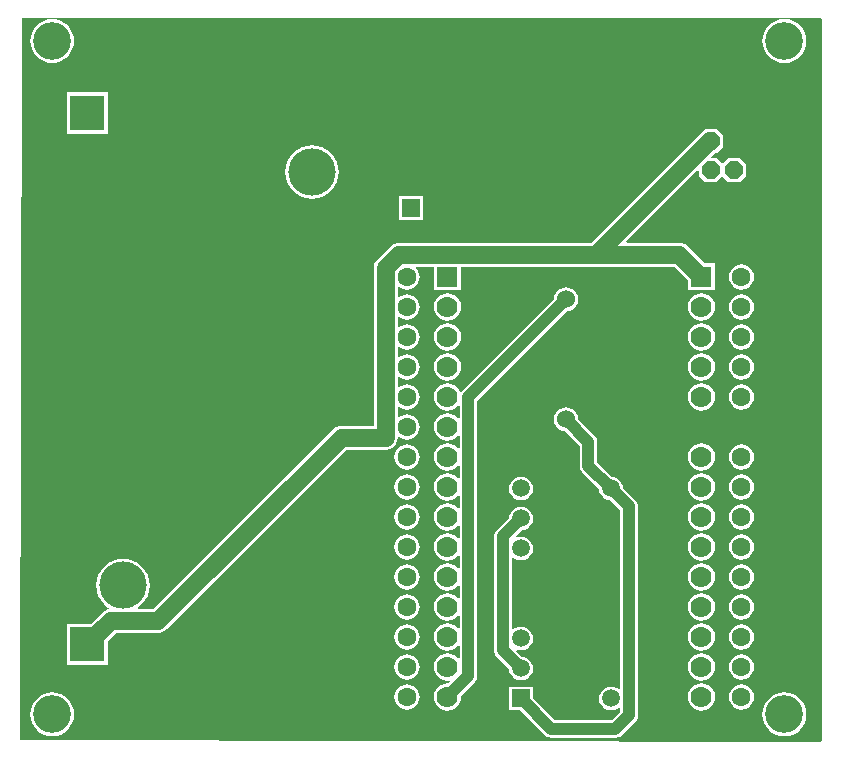
<source format=gtl>
G04 Layer_Physical_Order=1*
G04 Layer_Color=25308*
%FSLAX24Y24*%
%MOIN*%
G70*
G01*
G75*
%ADD10C,0.0394*%
%ADD11C,0.0591*%
%ADD12C,0.0600*%
%ADD13R,0.0600X0.0600*%
%ADD14O,0.1969X0.1181*%
%ADD15P,0.0639X8X112.5*%
%ADD16C,0.0700*%
%ADD17R,0.0700X0.0700*%
%ADD18R,0.0591X0.0591*%
%ADD19C,0.0591*%
%ADD20C,0.0630*%
%ADD21C,0.1575*%
%ADD22R,0.1181X0.1181*%
%ADD23C,0.1260*%
G36*
X49297Y34212D02*
X49268Y10138D01*
X49233Y10103D01*
X22588Y10152D01*
X22553Y10187D01*
X22602Y34248D01*
X23616D01*
X23618Y34205D01*
X23618Y34200D01*
X23618Y34200D01*
X23618Y34199D01*
X23579Y34194D01*
X23578Y34194D01*
X23578D01*
X23479Y34184D01*
X23341Y34142D01*
X23215Y34074D01*
X23103Y33983D01*
X23012Y33872D01*
X22944Y33745D01*
X22903Y33608D01*
X22889Y33465D01*
X22903Y33321D01*
X22944Y33184D01*
X23012Y33057D01*
X23103Y32946D01*
X23215Y32855D01*
X23341Y32787D01*
X23479Y32745D01*
X23622Y32731D01*
X23765Y32745D01*
X23903Y32787D01*
X24030Y32855D01*
X24141Y32946D01*
X24232Y33057D01*
X24300Y33184D01*
X24341Y33321D01*
X24355Y33465D01*
X24341Y33608D01*
X24300Y33745D01*
X24232Y33872D01*
X24141Y33983D01*
X24030Y34074D01*
X23903Y34142D01*
X23765Y34184D01*
X23666Y34194D01*
D01*
X23665Y34194D01*
X23626Y34199D01*
X23626Y34200D01*
D01*
X23626Y34205D01*
X23628Y34248D01*
X48025D01*
X48028Y34205D01*
X48028Y34200D01*
X48028Y34200D01*
X48028Y34199D01*
X47988Y34194D01*
X47987Y34194D01*
X47987D01*
X47888Y34184D01*
X47751Y34142D01*
X47624Y34074D01*
X47513Y33983D01*
X47422Y33872D01*
X47354Y33745D01*
X47312Y33608D01*
X47298Y33465D01*
X47312Y33321D01*
X47354Y33184D01*
X47422Y33057D01*
X47513Y32946D01*
X47624Y32855D01*
X47751Y32787D01*
X47888Y32745D01*
X48032Y32731D01*
X48175Y32745D01*
X48312Y32787D01*
X48439Y32855D01*
X48550Y32946D01*
X48641Y33057D01*
X48709Y33184D01*
X48751Y33321D01*
X48765Y33465D01*
X48751Y33608D01*
X48709Y33745D01*
X48641Y33872D01*
X48550Y33983D01*
X48439Y34074D01*
X48312Y34142D01*
X48175Y34184D01*
X48076Y34194D01*
D01*
X48075Y34194D01*
X48035Y34199D01*
X48035Y34200D01*
D01*
X48035Y34205D01*
X48038Y34248D01*
X49262D01*
X49297Y34212D01*
D02*
G37*
%LPC*%
G36*
X45265Y16054D02*
X45147Y16038D01*
X45038Y15993D01*
X44944Y15921D01*
X44871Y15827D01*
X44826Y15717D01*
X44811Y15600D01*
X44826Y15483D01*
X44871Y15373D01*
X44944Y15279D01*
X45038Y15207D01*
X45147Y15162D01*
X45265Y15146D01*
X45382Y15162D01*
X45491Y15207D01*
X45585Y15279D01*
X45658Y15373D01*
X45703Y15483D01*
X45718Y15600D01*
X45703Y15717D01*
X45658Y15827D01*
X45585Y15921D01*
X45491Y15993D01*
X45382Y16038D01*
X45265Y16054D01*
D02*
G37*
G36*
X35450Y16019D02*
X35342Y16004D01*
X35241Y15962D01*
X35154Y15896D01*
X35088Y15809D01*
X35046Y15708D01*
X35031Y15600D01*
X35046Y15492D01*
X35088Y15391D01*
X35154Y15304D01*
X35241Y15238D01*
X35342Y15196D01*
X35450Y15181D01*
X35558Y15196D01*
X35659Y15238D01*
X35746Y15304D01*
X35812Y15391D01*
X35854Y15492D01*
X35869Y15600D01*
X35854Y15708D01*
X35812Y15809D01*
X35746Y15896D01*
X35659Y15962D01*
X35558Y16004D01*
X35450Y16019D01*
D02*
G37*
G36*
X46600D02*
X46492Y16004D01*
X46391Y15962D01*
X46304Y15896D01*
X46238Y15809D01*
X46196Y15708D01*
X46181Y15600D01*
X46196Y15492D01*
X46238Y15391D01*
X46304Y15304D01*
X46391Y15238D01*
X46492Y15196D01*
X46600Y15181D01*
X46708Y15196D01*
X46809Y15238D01*
X46896Y15304D01*
X46962Y15391D01*
X47004Y15492D01*
X47019Y15600D01*
X47004Y15708D01*
X46962Y15809D01*
X46896Y15896D01*
X46809Y15962D01*
X46708Y16004D01*
X46600Y16019D01*
D02*
G37*
G36*
X45265Y15054D02*
X45147Y15038D01*
X45038Y14993D01*
X44944Y14921D01*
X44871Y14827D01*
X44826Y14717D01*
X44811Y14600D01*
X44826Y14483D01*
X44871Y14373D01*
X44944Y14279D01*
X45038Y14207D01*
X45147Y14162D01*
X45265Y14146D01*
X45382Y14162D01*
X45491Y14207D01*
X45585Y14279D01*
X45658Y14373D01*
X45703Y14483D01*
X45718Y14600D01*
X45703Y14717D01*
X45658Y14827D01*
X45585Y14921D01*
X45491Y14993D01*
X45382Y15038D01*
X45265Y15054D01*
D02*
G37*
G36*
X35450Y15019D02*
X35342Y15004D01*
X35241Y14962D01*
X35154Y14896D01*
X35088Y14809D01*
X35046Y14708D01*
X35031Y14600D01*
X35046Y14492D01*
X35088Y14391D01*
X35154Y14304D01*
X35241Y14238D01*
X35342Y14196D01*
X35450Y14181D01*
X35558Y14196D01*
X35659Y14238D01*
X35746Y14304D01*
X35812Y14391D01*
X35854Y14492D01*
X35869Y14600D01*
X35854Y14708D01*
X35812Y14809D01*
X35746Y14896D01*
X35659Y14962D01*
X35558Y15004D01*
X35450Y15019D01*
D02*
G37*
G36*
X46600D02*
X46492Y15004D01*
X46391Y14962D01*
X46304Y14896D01*
X46238Y14809D01*
X46196Y14708D01*
X46181Y14600D01*
X46196Y14492D01*
X46238Y14391D01*
X46304Y14304D01*
X46391Y14238D01*
X46492Y14196D01*
X46600Y14181D01*
X46708Y14196D01*
X46809Y14238D01*
X46896Y14304D01*
X46962Y14391D01*
X47004Y14492D01*
X47019Y14600D01*
X47004Y14708D01*
X46962Y14809D01*
X46896Y14896D01*
X46809Y14962D01*
X46708Y15004D01*
X46600Y15019D01*
D02*
G37*
G36*
Y17019D02*
X46492Y17004D01*
X46391Y16962D01*
X46304Y16896D01*
X46238Y16809D01*
X46196Y16708D01*
X46181Y16600D01*
X46196Y16492D01*
X46238Y16391D01*
X46304Y16304D01*
X46391Y16238D01*
X46492Y16196D01*
X46600Y16181D01*
X46708Y16196D01*
X46809Y16238D01*
X46896Y16304D01*
X46962Y16391D01*
X47004Y16492D01*
X47019Y16600D01*
X47004Y16708D01*
X46962Y16809D01*
X46896Y16896D01*
X46809Y16962D01*
X46708Y17004D01*
X46600Y17019D01*
D02*
G37*
G36*
X45265Y18054D02*
X45147Y18038D01*
X45038Y17993D01*
X44944Y17921D01*
X44871Y17827D01*
X44826Y17717D01*
X44811Y17600D01*
X44826Y17483D01*
X44871Y17373D01*
X44944Y17279D01*
X45038Y17207D01*
X45147Y17162D01*
X45265Y17146D01*
X45382Y17162D01*
X45491Y17207D01*
X45585Y17279D01*
X45658Y17373D01*
X45703Y17483D01*
X45718Y17600D01*
X45703Y17717D01*
X45658Y17827D01*
X45585Y17921D01*
X45491Y17993D01*
X45382Y18038D01*
X45265Y18054D01*
D02*
G37*
G36*
X35450Y18019D02*
X35342Y18004D01*
X35241Y17962D01*
X35154Y17896D01*
X35088Y17809D01*
X35046Y17708D01*
X35031Y17600D01*
X35046Y17492D01*
X35088Y17391D01*
X35154Y17304D01*
X35241Y17238D01*
X35342Y17196D01*
X35450Y17181D01*
X35558Y17196D01*
X35659Y17238D01*
X35746Y17304D01*
X35812Y17391D01*
X35854Y17492D01*
X35869Y17600D01*
X35854Y17708D01*
X35812Y17809D01*
X35746Y17896D01*
X35659Y17962D01*
X35558Y18004D01*
X35450Y18019D01*
D02*
G37*
G36*
X45265Y17054D02*
X45147Y17038D01*
X45038Y16993D01*
X44944Y16921D01*
X44871Y16827D01*
X44826Y16717D01*
X44811Y16600D01*
X44826Y16483D01*
X44871Y16373D01*
X44944Y16279D01*
X45038Y16207D01*
X45147Y16162D01*
X45265Y16146D01*
X45382Y16162D01*
X45491Y16207D01*
X45585Y16279D01*
X45658Y16373D01*
X45703Y16483D01*
X45718Y16600D01*
X45703Y16717D01*
X45658Y16827D01*
X45585Y16921D01*
X45491Y16993D01*
X45382Y17038D01*
X45265Y17054D01*
D02*
G37*
G36*
X39250Y17949D02*
X39147Y17935D01*
X39051Y17895D01*
X38968Y17832D01*
X38905Y17749D01*
X38865Y17653D01*
X38855Y17579D01*
X38438Y17162D01*
X38391Y17100D01*
X38370Y17049D01*
X38361Y17027D01*
X38351Y16950D01*
Y13150D01*
X38361Y13073D01*
X38370Y13051D01*
X38391Y13000D01*
X38438Y12938D01*
X38855Y12522D01*
X38865Y12447D01*
X38905Y12351D01*
X38968Y12268D01*
X39051Y12205D01*
X39147Y12165D01*
X39250Y12151D01*
X39353Y12165D01*
X39449Y12205D01*
X39532Y12268D01*
X39595Y12351D01*
X39635Y12447D01*
X39649Y12550D01*
X39635Y12653D01*
X39595Y12749D01*
X39532Y12832D01*
X39449Y12895D01*
X39353Y12935D01*
X39279Y12945D01*
X39088Y13135D01*
X39117Y13177D01*
X39147Y13165D01*
X39250Y13151D01*
X39353Y13165D01*
X39449Y13205D01*
X39532Y13268D01*
X39595Y13351D01*
X39635Y13447D01*
X39649Y13550D01*
X39635Y13653D01*
X39595Y13749D01*
X39532Y13832D01*
X39449Y13895D01*
X39353Y13935D01*
X39250Y13949D01*
X39147Y13935D01*
X39051Y13895D01*
X38999Y13856D01*
X38949Y13881D01*
Y16219D01*
X38999Y16244D01*
X39051Y16205D01*
X39147Y16165D01*
X39250Y16151D01*
X39353Y16165D01*
X39449Y16205D01*
X39532Y16268D01*
X39595Y16351D01*
X39635Y16447D01*
X39649Y16550D01*
X39635Y16653D01*
X39595Y16749D01*
X39532Y16832D01*
X39449Y16895D01*
X39353Y16935D01*
X39250Y16949D01*
X39147Y16935D01*
X39117Y16923D01*
X39088Y16965D01*
X39279Y17155D01*
X39353Y17165D01*
X39449Y17205D01*
X39532Y17268D01*
X39595Y17351D01*
X39635Y17447D01*
X39649Y17550D01*
X39635Y17653D01*
X39595Y17749D01*
X39532Y17832D01*
X39449Y17895D01*
X39353Y17935D01*
X39250Y17949D01*
D02*
G37*
G36*
X35450Y17019D02*
X35342Y17004D01*
X35241Y16962D01*
X35154Y16896D01*
X35088Y16809D01*
X35046Y16708D01*
X35031Y16600D01*
X35046Y16492D01*
X35088Y16391D01*
X35154Y16304D01*
X35241Y16238D01*
X35342Y16196D01*
X35450Y16181D01*
X35558Y16196D01*
X35659Y16238D01*
X35746Y16304D01*
X35812Y16391D01*
X35854Y16492D01*
X35869Y16600D01*
X35854Y16708D01*
X35812Y16809D01*
X35746Y16896D01*
X35659Y16962D01*
X35558Y17004D01*
X35450Y17019D01*
D02*
G37*
G36*
Y12019D02*
X35342Y12004D01*
X35241Y11962D01*
X35154Y11896D01*
X35088Y11809D01*
X35046Y11708D01*
X35031Y11600D01*
X35046Y11492D01*
X35088Y11391D01*
X35154Y11304D01*
X35241Y11238D01*
X35342Y11196D01*
X35450Y11181D01*
X35558Y11196D01*
X35659Y11238D01*
X35746Y11304D01*
X35812Y11391D01*
X35854Y11492D01*
X35869Y11600D01*
X35854Y11708D01*
X35812Y11809D01*
X35746Y11896D01*
X35659Y11962D01*
X35558Y12004D01*
X35450Y12019D01*
D02*
G37*
G36*
X46600D02*
X46492Y12004D01*
X46391Y11962D01*
X46304Y11896D01*
X46238Y11809D01*
X46196Y11708D01*
X46181Y11600D01*
X46196Y11492D01*
X46238Y11391D01*
X46304Y11304D01*
X46391Y11238D01*
X46492Y11196D01*
X46600Y11181D01*
X46708Y11196D01*
X46809Y11238D01*
X46896Y11304D01*
X46962Y11391D01*
X47004Y11492D01*
X47019Y11600D01*
X47004Y11708D01*
X46962Y11809D01*
X46896Y11896D01*
X46809Y11962D01*
X46708Y12004D01*
X46600Y12019D01*
D02*
G37*
G36*
X40750Y21253D02*
X40646Y21240D01*
X40548Y21199D01*
X40465Y21135D01*
X40401Y21052D01*
X40360Y20954D01*
X40347Y20850D01*
X40360Y20746D01*
X40401Y20648D01*
X40465Y20565D01*
X40548Y20501D01*
X40646Y20460D01*
X40727Y20450D01*
X41201Y19976D01*
Y19300D01*
X41211Y19223D01*
X41220Y19201D01*
X41241Y19150D01*
X41288Y19088D01*
X41855Y18521D01*
X41865Y18447D01*
X41905Y18351D01*
X41968Y18268D01*
X42051Y18205D01*
X42147Y18165D01*
X42221Y18155D01*
X42551Y17826D01*
Y11881D01*
X42501Y11856D01*
X42449Y11895D01*
X42353Y11935D01*
X42250Y11949D01*
X42147Y11935D01*
X42051Y11895D01*
X41968Y11832D01*
X41905Y11749D01*
X41865Y11653D01*
X41851Y11550D01*
X41865Y11447D01*
X41905Y11351D01*
X41968Y11268D01*
X42051Y11205D01*
X42147Y11165D01*
X42250Y11151D01*
X42353Y11165D01*
X42449Y11205D01*
X42501Y11244D01*
X42551Y11219D01*
Y11114D01*
X42276Y10839D01*
X40384D01*
X39645Y11578D01*
Y11945D01*
X38855D01*
Y11155D01*
X39222D01*
X40048Y10328D01*
X40110Y10281D01*
X40161Y10260D01*
X40183Y10251D01*
X40260Y10241D01*
X42400D01*
X42477Y10251D01*
X42499Y10260D01*
X42550Y10281D01*
X42612Y10328D01*
X43062Y10778D01*
X43109Y10840D01*
X43122Y10870D01*
X43139Y10913D01*
X43149Y10990D01*
Y17950D01*
X43139Y18027D01*
X43122Y18070D01*
X43109Y18100D01*
X43062Y18162D01*
X42645Y18578D01*
X42635Y18653D01*
X42595Y18749D01*
X42532Y18832D01*
X42449Y18895D01*
X42353Y18935D01*
X42278Y18945D01*
X41799Y19424D01*
Y20100D01*
X41789Y20177D01*
X41772Y20220D01*
X41759Y20250D01*
X41712Y20312D01*
X41150Y20873D01*
X41140Y20954D01*
X41099Y21052D01*
X41035Y21135D01*
X40952Y21199D01*
X40854Y21240D01*
X40750Y21253D01*
D02*
G37*
G36*
X23622Y11757D02*
X23479Y11743D01*
X23341Y11701D01*
X23215Y11633D01*
X23103Y11542D01*
X23012Y11431D01*
X22944Y11304D01*
X22903Y11167D01*
X22889Y11024D01*
X22903Y10881D01*
X22944Y10743D01*
X23012Y10616D01*
X23103Y10505D01*
X23215Y10414D01*
X23341Y10346D01*
X23479Y10304D01*
X23622Y10290D01*
X23765Y10304D01*
X23903Y10346D01*
X24030Y10414D01*
X24141Y10505D01*
X24232Y10616D01*
X24300Y10743D01*
X24341Y10881D01*
X24355Y11024D01*
X24341Y11167D01*
X24300Y11304D01*
X24232Y11431D01*
X24141Y11542D01*
X24030Y11633D01*
X23903Y11701D01*
X23765Y11743D01*
X23622Y11757D01*
D02*
G37*
G36*
X48032D02*
X47888Y11743D01*
X47751Y11701D01*
X47624Y11633D01*
X47513Y11542D01*
X47422Y11431D01*
X47354Y11304D01*
X47312Y11167D01*
X47298Y11024D01*
X47312Y10881D01*
X47354Y10743D01*
X47422Y10616D01*
X47513Y10505D01*
X47624Y10414D01*
X47751Y10346D01*
X47888Y10304D01*
X48032Y10290D01*
X48175Y10304D01*
X48312Y10346D01*
X48439Y10414D01*
X48550Y10505D01*
X48641Y10616D01*
X48709Y10743D01*
X48751Y10881D01*
X48765Y11024D01*
X48751Y11167D01*
X48709Y11304D01*
X48641Y11431D01*
X48550Y11542D01*
X48439Y11633D01*
X48312Y11701D01*
X48175Y11743D01*
X48032Y11757D01*
D02*
G37*
G36*
X45265Y12054D02*
X45147Y12038D01*
X45038Y11993D01*
X44944Y11921D01*
X44871Y11827D01*
X44826Y11717D01*
X44811Y11600D01*
X44826Y11483D01*
X44871Y11373D01*
X44944Y11279D01*
X45038Y11207D01*
X45147Y11162D01*
X45265Y11146D01*
X45382Y11162D01*
X45491Y11207D01*
X45585Y11279D01*
X45658Y11373D01*
X45703Y11483D01*
X45718Y11600D01*
X45703Y11717D01*
X45658Y11827D01*
X45585Y11921D01*
X45491Y11993D01*
X45382Y12038D01*
X45265Y12054D01*
D02*
G37*
G36*
Y14054D02*
X45147Y14038D01*
X45038Y13993D01*
X44944Y13921D01*
X44871Y13827D01*
X44826Y13717D01*
X44811Y13600D01*
X44826Y13483D01*
X44871Y13373D01*
X44944Y13279D01*
X45038Y13207D01*
X45147Y13162D01*
X45265Y13146D01*
X45382Y13162D01*
X45491Y13207D01*
X45585Y13279D01*
X45658Y13373D01*
X45703Y13483D01*
X45718Y13600D01*
X45703Y13717D01*
X45658Y13827D01*
X45585Y13921D01*
X45491Y13993D01*
X45382Y14038D01*
X45265Y14054D01*
D02*
G37*
G36*
X35450Y14019D02*
X35342Y14004D01*
X35241Y13962D01*
X35154Y13896D01*
X35088Y13809D01*
X35046Y13708D01*
X35031Y13600D01*
X35046Y13492D01*
X35088Y13391D01*
X35154Y13304D01*
X35241Y13238D01*
X35342Y13196D01*
X35450Y13181D01*
X35558Y13196D01*
X35659Y13238D01*
X35746Y13304D01*
X35812Y13391D01*
X35854Y13492D01*
X35869Y13600D01*
X35854Y13708D01*
X35812Y13809D01*
X35746Y13896D01*
X35659Y13962D01*
X35558Y14004D01*
X35450Y14019D01*
D02*
G37*
G36*
X46600D02*
X46492Y14004D01*
X46391Y13962D01*
X46304Y13896D01*
X46238Y13809D01*
X46196Y13708D01*
X46181Y13600D01*
X46196Y13492D01*
X46238Y13391D01*
X46304Y13304D01*
X46391Y13238D01*
X46492Y13196D01*
X46600Y13181D01*
X46708Y13196D01*
X46809Y13238D01*
X46896Y13304D01*
X46962Y13391D01*
X47004Y13492D01*
X47019Y13600D01*
X47004Y13708D01*
X46962Y13809D01*
X46896Y13896D01*
X46809Y13962D01*
X46708Y14004D01*
X46600Y14019D01*
D02*
G37*
G36*
X45265Y13054D02*
X45147Y13038D01*
X45038Y12993D01*
X44944Y12921D01*
X44871Y12827D01*
X44826Y12717D01*
X44811Y12600D01*
X44826Y12483D01*
X44871Y12373D01*
X44944Y12279D01*
X45038Y12207D01*
X45147Y12162D01*
X45265Y12146D01*
X45382Y12162D01*
X45491Y12207D01*
X45585Y12279D01*
X45658Y12373D01*
X45703Y12483D01*
X45718Y12600D01*
X45703Y12717D01*
X45658Y12827D01*
X45585Y12921D01*
X45491Y12993D01*
X45382Y13038D01*
X45265Y13054D01*
D02*
G37*
G36*
X35450Y13019D02*
X35342Y13004D01*
X35241Y12962D01*
X35154Y12896D01*
X35088Y12809D01*
X35046Y12708D01*
X35031Y12600D01*
X35046Y12492D01*
X35088Y12391D01*
X35154Y12304D01*
X35241Y12238D01*
X35342Y12196D01*
X35450Y12181D01*
X35558Y12196D01*
X35659Y12238D01*
X35746Y12304D01*
X35812Y12391D01*
X35854Y12492D01*
X35869Y12600D01*
X35854Y12708D01*
X35812Y12809D01*
X35746Y12896D01*
X35659Y12962D01*
X35558Y13004D01*
X35450Y13019D01*
D02*
G37*
G36*
X46600D02*
X46492Y13004D01*
X46391Y12962D01*
X46304Y12896D01*
X46238Y12809D01*
X46196Y12708D01*
X46181Y12600D01*
X46196Y12492D01*
X46238Y12391D01*
X46304Y12304D01*
X46391Y12238D01*
X46492Y12196D01*
X46600Y12181D01*
X46708Y12196D01*
X46809Y12238D01*
X46896Y12304D01*
X46962Y12391D01*
X47004Y12492D01*
X47019Y12600D01*
X47004Y12708D01*
X46962Y12809D01*
X46896Y12896D01*
X46809Y12962D01*
X46708Y13004D01*
X46600Y13019D01*
D02*
G37*
G36*
Y18019D02*
X46492Y18004D01*
X46391Y17962D01*
X46304Y17896D01*
X46238Y17809D01*
X46196Y17708D01*
X46181Y17600D01*
X46196Y17492D01*
X46238Y17391D01*
X46304Y17304D01*
X46391Y17238D01*
X46492Y17196D01*
X46600Y17181D01*
X46708Y17196D01*
X46809Y17238D01*
X46896Y17304D01*
X46962Y17391D01*
X47004Y17492D01*
X47019Y17600D01*
X47004Y17708D01*
X46962Y17809D01*
X46896Y17896D01*
X46809Y17962D01*
X46708Y18004D01*
X46600Y18019D01*
D02*
G37*
G36*
Y24019D02*
X46492Y24004D01*
X46391Y23962D01*
X46304Y23896D01*
X46238Y23809D01*
X46196Y23708D01*
X46181Y23600D01*
X46196Y23492D01*
X46238Y23391D01*
X46304Y23304D01*
X46391Y23238D01*
X46492Y23196D01*
X46600Y23181D01*
X46708Y23196D01*
X46809Y23238D01*
X46896Y23304D01*
X46962Y23391D01*
X47004Y23492D01*
X47019Y23600D01*
X47004Y23708D01*
X46962Y23809D01*
X46896Y23896D01*
X46809Y23962D01*
X46708Y24004D01*
X46600Y24019D01*
D02*
G37*
G36*
X36800Y25054D02*
X36683Y25038D01*
X36573Y24993D01*
X36479Y24921D01*
X36407Y24827D01*
X36362Y24717D01*
X36346Y24600D01*
X36362Y24483D01*
X36407Y24373D01*
X36479Y24279D01*
X36573Y24207D01*
X36683Y24162D01*
X36800Y24146D01*
X36917Y24162D01*
X37027Y24207D01*
X37121Y24279D01*
X37193Y24373D01*
X37238Y24483D01*
X37254Y24600D01*
X37238Y24717D01*
X37193Y24827D01*
X37121Y24921D01*
X37027Y24993D01*
X36917Y25038D01*
X36800Y25054D01*
D02*
G37*
G36*
X45265D02*
X45147Y25038D01*
X45038Y24993D01*
X44944Y24921D01*
X44871Y24827D01*
X44826Y24717D01*
X44811Y24600D01*
X44826Y24483D01*
X44871Y24373D01*
X44944Y24279D01*
X45038Y24207D01*
X45147Y24162D01*
X45265Y24146D01*
X45382Y24162D01*
X45491Y24207D01*
X45585Y24279D01*
X45658Y24373D01*
X45703Y24483D01*
X45718Y24600D01*
X45703Y24717D01*
X45658Y24827D01*
X45585Y24921D01*
X45491Y24993D01*
X45382Y25038D01*
X45265Y25054D01*
D02*
G37*
G36*
X46600Y23019D02*
X46492Y23004D01*
X46391Y22962D01*
X46304Y22896D01*
X46238Y22809D01*
X46196Y22708D01*
X46181Y22600D01*
X46196Y22492D01*
X46238Y22391D01*
X46304Y22304D01*
X46391Y22238D01*
X46492Y22196D01*
X46600Y22181D01*
X46708Y22196D01*
X46809Y22238D01*
X46896Y22304D01*
X46962Y22391D01*
X47004Y22492D01*
X47019Y22600D01*
X47004Y22708D01*
X46962Y22809D01*
X46896Y22896D01*
X46809Y22962D01*
X46708Y23004D01*
X46600Y23019D01*
D02*
G37*
G36*
X36800Y24054D02*
X36683Y24038D01*
X36573Y23993D01*
X36479Y23921D01*
X36407Y23827D01*
X36362Y23717D01*
X36346Y23600D01*
X36362Y23483D01*
X36407Y23373D01*
X36479Y23279D01*
X36573Y23207D01*
X36683Y23162D01*
X36800Y23146D01*
X36917Y23162D01*
X37027Y23207D01*
X37121Y23279D01*
X37193Y23373D01*
X37238Y23483D01*
X37254Y23600D01*
X37238Y23717D01*
X37193Y23827D01*
X37121Y23921D01*
X37027Y23993D01*
X36917Y24038D01*
X36800Y24054D01*
D02*
G37*
G36*
X45265D02*
X45147Y24038D01*
X45038Y23993D01*
X44944Y23921D01*
X44871Y23827D01*
X44826Y23717D01*
X44811Y23600D01*
X44826Y23483D01*
X44871Y23373D01*
X44944Y23279D01*
X45038Y23207D01*
X45147Y23162D01*
X45265Y23146D01*
X45382Y23162D01*
X45491Y23207D01*
X45585Y23279D01*
X45658Y23373D01*
X45703Y23483D01*
X45718Y23600D01*
X45703Y23717D01*
X45658Y23827D01*
X45585Y23921D01*
X45491Y23993D01*
X45382Y24038D01*
X45265Y24054D01*
D02*
G37*
G36*
X32280Y29990D02*
X32106Y29973D01*
X31939Y29922D01*
X31785Y29839D01*
X31650Y29729D01*
X31539Y29593D01*
X31456Y29439D01*
X31406Y29272D01*
X31389Y29098D01*
X31406Y28924D01*
X31456Y28757D01*
X31539Y28603D01*
X31650Y28468D01*
X31785Y28357D01*
X31939Y28274D01*
X32106Y28223D01*
X32280Y28206D01*
X32454Y28223D01*
X32622Y28274D01*
X32776Y28357D01*
X32911Y28468D01*
X33022Y28603D01*
X33104Y28757D01*
X33155Y28924D01*
X33172Y29098D01*
X33155Y29272D01*
X33104Y29439D01*
X33022Y29593D01*
X32911Y29729D01*
X32776Y29839D01*
X32622Y29922D01*
X32454Y29973D01*
X32280Y29990D01*
D02*
G37*
G36*
X45555Y30541D02*
X45529Y30537D01*
X45375D01*
X45178Y30340D01*
Y30328D01*
X41593Y26744D01*
X35191D01*
X35191Y26744D01*
X35100Y26732D01*
X35088Y26730D01*
X35048Y26714D01*
X34992Y26691D01*
X34972Y26676D01*
X34909Y26627D01*
X34909Y26627D01*
X34458Y26176D01*
X34394Y26094D01*
X34355Y25997D01*
X34353Y25985D01*
X34341Y25894D01*
X34341Y25894D01*
Y20638D01*
X33268D01*
X33268Y20638D01*
X33177Y20626D01*
X33165Y20625D01*
X33136Y20613D01*
X33068Y20585D01*
X32986Y20522D01*
X26999Y14535D01*
X26495D01*
X26486Y14585D01*
X26612Y14688D01*
X26723Y14823D01*
X26805Y14977D01*
X26856Y15145D01*
X26873Y15318D01*
X26856Y15492D01*
X26805Y15660D01*
X26723Y15814D01*
X26612Y15949D01*
X26477Y16060D01*
X26322Y16142D01*
X26155Y16193D01*
X25981Y16210D01*
X25807Y16193D01*
X25640Y16142D01*
X25486Y16060D01*
X25351Y15949D01*
X25240Y15814D01*
X25157Y15660D01*
X25107Y15492D01*
X25089Y15318D01*
X25107Y15145D01*
X25157Y14977D01*
X25240Y14823D01*
X25351Y14688D01*
X25486Y14577D01*
X25502Y14568D01*
X25484Y14521D01*
X25483Y14521D01*
X25386Y14481D01*
X25304Y14418D01*
X25304Y14418D01*
X24927Y14041D01*
X24109D01*
Y12659D01*
X25491D01*
Y13477D01*
X25751Y13737D01*
X27164D01*
X27164Y13737D01*
X27255Y13749D01*
X27267Y13751D01*
X27363Y13791D01*
X27446Y13854D01*
X33433Y19841D01*
X34740D01*
X34843Y19855D01*
X34939Y19894D01*
X35022Y19958D01*
X35085Y20040D01*
X35125Y20137D01*
X35138Y20240D01*
Y20253D01*
X35188Y20278D01*
X35241Y20238D01*
X35342Y20196D01*
X35450Y20181D01*
X35558Y20196D01*
X35659Y20238D01*
X35746Y20304D01*
X35812Y20391D01*
X35854Y20492D01*
X35869Y20600D01*
X35854Y20708D01*
X35812Y20809D01*
X35746Y20896D01*
X35659Y20962D01*
X35558Y21004D01*
X35450Y21019D01*
X35342Y21004D01*
X35241Y20962D01*
X35188Y20922D01*
X35138Y20947D01*
Y21253D01*
X35188Y21278D01*
X35241Y21238D01*
X35342Y21196D01*
X35450Y21181D01*
X35558Y21196D01*
X35659Y21238D01*
X35746Y21304D01*
X35812Y21391D01*
X35854Y21492D01*
X35869Y21600D01*
X35854Y21708D01*
X35812Y21809D01*
X35746Y21896D01*
X35659Y21962D01*
X35558Y22004D01*
X35450Y22019D01*
X35342Y22004D01*
X35241Y21962D01*
X35188Y21922D01*
X35138Y21947D01*
Y22253D01*
X35188Y22278D01*
X35241Y22238D01*
X35342Y22196D01*
X35450Y22181D01*
X35558Y22196D01*
X35659Y22238D01*
X35746Y22304D01*
X35812Y22391D01*
X35854Y22492D01*
X35869Y22600D01*
X35854Y22708D01*
X35812Y22809D01*
X35746Y22896D01*
X35659Y22962D01*
X35558Y23004D01*
X35450Y23019D01*
X35342Y23004D01*
X35241Y22962D01*
X35188Y22922D01*
X35138Y22947D01*
Y23253D01*
X35188Y23278D01*
X35241Y23238D01*
X35342Y23196D01*
X35450Y23181D01*
X35558Y23196D01*
X35659Y23238D01*
X35746Y23304D01*
X35812Y23391D01*
X35854Y23492D01*
X35869Y23600D01*
X35854Y23708D01*
X35812Y23809D01*
X35746Y23896D01*
X35659Y23962D01*
X35558Y24004D01*
X35450Y24019D01*
X35342Y24004D01*
X35241Y23962D01*
X35188Y23922D01*
X35138Y23947D01*
Y24253D01*
X35188Y24278D01*
X35241Y24238D01*
X35342Y24196D01*
X35450Y24181D01*
X35558Y24196D01*
X35659Y24238D01*
X35746Y24304D01*
X35812Y24391D01*
X35854Y24492D01*
X35869Y24600D01*
X35854Y24708D01*
X35812Y24809D01*
X35746Y24896D01*
X35659Y24962D01*
X35558Y25004D01*
X35450Y25019D01*
X35342Y25004D01*
X35241Y24962D01*
X35188Y24922D01*
X35138Y24947D01*
Y25253D01*
X35188Y25278D01*
X35241Y25238D01*
X35342Y25196D01*
X35450Y25181D01*
X35558Y25196D01*
X35659Y25238D01*
X35746Y25304D01*
X35812Y25391D01*
X35854Y25492D01*
X35869Y25600D01*
X35854Y25708D01*
X35812Y25809D01*
X35746Y25896D01*
X35742Y25899D01*
X35758Y25947D01*
X36350D01*
Y25150D01*
X37250D01*
Y25947D01*
X41758D01*
X41758Y25947D01*
X41758Y25947D01*
X44354D01*
X44815Y25486D01*
Y25150D01*
X45715D01*
Y26050D01*
X45378D01*
X44801Y26627D01*
X44719Y26691D01*
X44622Y26730D01*
X44610Y26732D01*
X44519Y26744D01*
X44519Y26744D01*
X42786D01*
X42767Y26790D01*
X45131Y29155D01*
X45178Y29135D01*
Y28960D01*
X45375Y28763D01*
X45770D01*
X45967Y28959D01*
X46163Y28763D01*
X46558D01*
X46756Y28960D01*
Y29356D01*
X46558Y29553D01*
X46163D01*
X45967Y29357D01*
X45770Y29553D01*
X45595D01*
X45576Y29599D01*
X45724Y29747D01*
X45770D01*
X45968Y29944D01*
Y30116D01*
X45972Y30142D01*
X45968Y30168D01*
Y30340D01*
X45770Y30537D01*
X45599D01*
X45573Y30541D01*
X45555D01*
X45555Y30541D01*
D02*
G37*
G36*
X25491Y31757D02*
X24109D01*
Y30376D01*
X25491D01*
Y31757D01*
D02*
G37*
G36*
X46600Y25019D02*
X46492Y25004D01*
X46391Y24962D01*
X46304Y24896D01*
X46238Y24809D01*
X46196Y24708D01*
X46181Y24600D01*
X46196Y24492D01*
X46238Y24391D01*
X46304Y24304D01*
X46391Y24238D01*
X46492Y24196D01*
X46600Y24181D01*
X46708Y24196D01*
X46809Y24238D01*
X46896Y24304D01*
X46962Y24391D01*
X47004Y24492D01*
X47019Y24600D01*
X47004Y24708D01*
X46962Y24809D01*
X46896Y24896D01*
X46809Y24962D01*
X46708Y25004D01*
X46600Y25019D01*
D02*
G37*
G36*
Y26019D02*
X46492Y26004D01*
X46391Y25962D01*
X46304Y25896D01*
X46238Y25809D01*
X46196Y25708D01*
X46181Y25600D01*
X46196Y25492D01*
X46238Y25391D01*
X46304Y25304D01*
X46391Y25238D01*
X46492Y25196D01*
X46600Y25181D01*
X46708Y25196D01*
X46809Y25238D01*
X46896Y25304D01*
X46962Y25391D01*
X47004Y25492D01*
X47019Y25600D01*
X47004Y25708D01*
X46962Y25809D01*
X46896Y25896D01*
X46809Y25962D01*
X46708Y26004D01*
X46600Y26019D01*
D02*
G37*
G36*
X36000Y28300D02*
X35200D01*
Y27500D01*
X36000D01*
Y28300D01*
D02*
G37*
G36*
X46600Y19019D02*
X46492Y19004D01*
X46391Y18962D01*
X46304Y18896D01*
X46238Y18809D01*
X46196Y18708D01*
X46181Y18600D01*
X46196Y18492D01*
X46238Y18391D01*
X46304Y18304D01*
X46391Y18238D01*
X46492Y18196D01*
X46600Y18181D01*
X46708Y18196D01*
X46809Y18238D01*
X46896Y18304D01*
X46962Y18391D01*
X47004Y18492D01*
X47019Y18600D01*
X47004Y18708D01*
X46962Y18809D01*
X46896Y18896D01*
X46809Y18962D01*
X46708Y19004D01*
X46600Y19019D01*
D02*
G37*
G36*
X45265Y20054D02*
X45147Y20038D01*
X45038Y19993D01*
X44944Y19921D01*
X44871Y19827D01*
X44826Y19717D01*
X44811Y19600D01*
X44826Y19483D01*
X44871Y19373D01*
X44944Y19279D01*
X45038Y19207D01*
X45147Y19162D01*
X45265Y19146D01*
X45382Y19162D01*
X45491Y19207D01*
X45585Y19279D01*
X45658Y19373D01*
X45703Y19483D01*
X45718Y19600D01*
X45703Y19717D01*
X45658Y19827D01*
X45585Y19921D01*
X45491Y19993D01*
X45382Y20038D01*
X45265Y20054D01*
D02*
G37*
G36*
X35450Y20019D02*
X35342Y20004D01*
X35241Y19962D01*
X35154Y19896D01*
X35088Y19809D01*
X35046Y19708D01*
X35031Y19600D01*
X35046Y19492D01*
X35088Y19391D01*
X35154Y19304D01*
X35241Y19238D01*
X35342Y19196D01*
X35450Y19181D01*
X35558Y19196D01*
X35659Y19238D01*
X35746Y19304D01*
X35812Y19391D01*
X35854Y19492D01*
X35869Y19600D01*
X35854Y19708D01*
X35812Y19809D01*
X35746Y19896D01*
X35659Y19962D01*
X35558Y20004D01*
X35450Y20019D01*
D02*
G37*
G36*
X45265Y19054D02*
X45147Y19038D01*
X45038Y18993D01*
X44944Y18921D01*
X44871Y18827D01*
X44826Y18717D01*
X44811Y18600D01*
X44826Y18483D01*
X44871Y18373D01*
X44944Y18279D01*
X45038Y18207D01*
X45147Y18162D01*
X45265Y18146D01*
X45382Y18162D01*
X45491Y18207D01*
X45585Y18279D01*
X45658Y18373D01*
X45703Y18483D01*
X45718Y18600D01*
X45703Y18717D01*
X45658Y18827D01*
X45585Y18921D01*
X45491Y18993D01*
X45382Y19038D01*
X45265Y19054D01*
D02*
G37*
G36*
X39250Y18949D02*
X39147Y18935D01*
X39051Y18895D01*
X38968Y18832D01*
X38905Y18749D01*
X38865Y18653D01*
X38851Y18550D01*
X38865Y18447D01*
X38905Y18351D01*
X38968Y18268D01*
X39051Y18205D01*
X39147Y18165D01*
X39250Y18151D01*
X39353Y18165D01*
X39449Y18205D01*
X39532Y18268D01*
X39595Y18351D01*
X39635Y18447D01*
X39649Y18550D01*
X39635Y18653D01*
X39595Y18749D01*
X39532Y18832D01*
X39449Y18895D01*
X39353Y18935D01*
X39250Y18949D01*
D02*
G37*
G36*
X35450Y19019D02*
X35342Y19004D01*
X35241Y18962D01*
X35154Y18896D01*
X35088Y18809D01*
X35046Y18708D01*
X35031Y18600D01*
X35046Y18492D01*
X35088Y18391D01*
X35154Y18304D01*
X35241Y18238D01*
X35342Y18196D01*
X35450Y18181D01*
X35558Y18196D01*
X35659Y18238D01*
X35746Y18304D01*
X35812Y18391D01*
X35854Y18492D01*
X35869Y18600D01*
X35854Y18708D01*
X35812Y18809D01*
X35746Y18896D01*
X35659Y18962D01*
X35558Y19004D01*
X35450Y19019D01*
D02*
G37*
G36*
X40750Y25253D02*
X40646Y25240D01*
X40548Y25199D01*
X40465Y25135D01*
X40401Y25052D01*
X40360Y24954D01*
X40350Y24873D01*
X37288Y21812D01*
X37266Y21782D01*
X37208Y21790D01*
X37193Y21827D01*
X37121Y21921D01*
X37027Y21993D01*
X36917Y22038D01*
X36800Y22054D01*
X36683Y22038D01*
X36573Y21993D01*
X36479Y21921D01*
X36407Y21827D01*
X36362Y21717D01*
X36346Y21600D01*
X36362Y21483D01*
X36407Y21373D01*
X36479Y21279D01*
X36573Y21207D01*
X36683Y21162D01*
X36800Y21146D01*
X36917Y21162D01*
X37027Y21207D01*
X37121Y21279D01*
X37151Y21318D01*
X37201Y21301D01*
Y20899D01*
X37151Y20882D01*
X37121Y20921D01*
X37027Y20993D01*
X36917Y21038D01*
X36800Y21054D01*
X36683Y21038D01*
X36573Y20993D01*
X36479Y20921D01*
X36407Y20827D01*
X36362Y20717D01*
X36346Y20600D01*
X36362Y20483D01*
X36407Y20373D01*
X36479Y20279D01*
X36573Y20207D01*
X36683Y20162D01*
X36800Y20146D01*
X36917Y20162D01*
X37027Y20207D01*
X37121Y20279D01*
X37151Y20318D01*
X37201Y20301D01*
Y19899D01*
X37151Y19882D01*
X37121Y19921D01*
X37027Y19993D01*
X36917Y20038D01*
X36800Y20054D01*
X36683Y20038D01*
X36573Y19993D01*
X36479Y19921D01*
X36407Y19827D01*
X36362Y19717D01*
X36346Y19600D01*
X36362Y19483D01*
X36407Y19373D01*
X36479Y19279D01*
X36573Y19207D01*
X36683Y19162D01*
X36800Y19146D01*
X36917Y19162D01*
X37027Y19207D01*
X37121Y19279D01*
X37151Y19318D01*
X37201Y19301D01*
Y18899D01*
X37151Y18882D01*
X37121Y18921D01*
X37027Y18993D01*
X36917Y19038D01*
X36800Y19054D01*
X36683Y19038D01*
X36573Y18993D01*
X36479Y18921D01*
X36407Y18827D01*
X36362Y18717D01*
X36346Y18600D01*
X36362Y18483D01*
X36407Y18373D01*
X36479Y18279D01*
X36573Y18207D01*
X36683Y18162D01*
X36800Y18146D01*
X36917Y18162D01*
X37027Y18207D01*
X37121Y18279D01*
X37151Y18318D01*
X37201Y18301D01*
Y17899D01*
X37151Y17882D01*
X37121Y17921D01*
X37027Y17993D01*
X36917Y18038D01*
X36800Y18054D01*
X36683Y18038D01*
X36573Y17993D01*
X36479Y17921D01*
X36407Y17827D01*
X36362Y17717D01*
X36346Y17600D01*
X36362Y17483D01*
X36407Y17373D01*
X36479Y17279D01*
X36573Y17207D01*
X36683Y17162D01*
X36800Y17146D01*
X36917Y17162D01*
X37027Y17207D01*
X37121Y17279D01*
X37151Y17318D01*
X37201Y17301D01*
Y16899D01*
X37151Y16882D01*
X37121Y16921D01*
X37027Y16993D01*
X36917Y17038D01*
X36800Y17054D01*
X36683Y17038D01*
X36573Y16993D01*
X36479Y16921D01*
X36407Y16827D01*
X36362Y16717D01*
X36346Y16600D01*
X36362Y16483D01*
X36407Y16373D01*
X36479Y16279D01*
X36573Y16207D01*
X36683Y16162D01*
X36800Y16146D01*
X36917Y16162D01*
X37027Y16207D01*
X37121Y16279D01*
X37151Y16318D01*
X37201Y16301D01*
Y15899D01*
X37151Y15882D01*
X37121Y15921D01*
X37027Y15993D01*
X36917Y16038D01*
X36800Y16054D01*
X36683Y16038D01*
X36573Y15993D01*
X36479Y15921D01*
X36407Y15827D01*
X36362Y15717D01*
X36346Y15600D01*
X36362Y15483D01*
X36407Y15373D01*
X36479Y15279D01*
X36573Y15207D01*
X36683Y15162D01*
X36800Y15146D01*
X36917Y15162D01*
X37027Y15207D01*
X37121Y15279D01*
X37151Y15318D01*
X37201Y15301D01*
Y14899D01*
X37151Y14882D01*
X37121Y14921D01*
X37027Y14993D01*
X36917Y15038D01*
X36800Y15054D01*
X36683Y15038D01*
X36573Y14993D01*
X36479Y14921D01*
X36407Y14827D01*
X36362Y14717D01*
X36346Y14600D01*
X36362Y14483D01*
X36407Y14373D01*
X36479Y14279D01*
X36573Y14207D01*
X36683Y14162D01*
X36800Y14146D01*
X36917Y14162D01*
X37027Y14207D01*
X37121Y14279D01*
X37151Y14318D01*
X37201Y14301D01*
Y13899D01*
X37151Y13882D01*
X37121Y13921D01*
X37027Y13993D01*
X36917Y14038D01*
X36800Y14054D01*
X36683Y14038D01*
X36573Y13993D01*
X36479Y13921D01*
X36407Y13827D01*
X36362Y13717D01*
X36346Y13600D01*
X36362Y13483D01*
X36407Y13373D01*
X36479Y13279D01*
X36573Y13207D01*
X36683Y13162D01*
X36800Y13146D01*
X36917Y13162D01*
X37027Y13207D01*
X37121Y13279D01*
X37151Y13318D01*
X37201Y13301D01*
Y12899D01*
X37151Y12882D01*
X37121Y12921D01*
X37027Y12993D01*
X36917Y13038D01*
X36800Y13054D01*
X36683Y13038D01*
X36573Y12993D01*
X36479Y12921D01*
X36407Y12827D01*
X36362Y12717D01*
X36346Y12600D01*
X36362Y12483D01*
X36407Y12373D01*
X36479Y12279D01*
X36573Y12207D01*
X36683Y12162D01*
X36800Y12146D01*
X36860Y12154D01*
X36883Y12107D01*
X36827Y12050D01*
X36800Y12054D01*
X36683Y12038D01*
X36573Y11993D01*
X36479Y11921D01*
X36407Y11827D01*
X36362Y11717D01*
X36346Y11600D01*
X36362Y11483D01*
X36407Y11373D01*
X36479Y11279D01*
X36573Y11207D01*
X36683Y11162D01*
X36800Y11146D01*
X36917Y11162D01*
X37027Y11207D01*
X37121Y11279D01*
X37193Y11373D01*
X37238Y11483D01*
X37254Y11600D01*
X37250Y11627D01*
X37712Y12088D01*
X37759Y12150D01*
X37774Y12186D01*
X37789Y12223D01*
X37799Y12300D01*
Y21476D01*
X40773Y24450D01*
X40854Y24460D01*
X40952Y24501D01*
X41035Y24565D01*
X41099Y24648D01*
X41140Y24746D01*
X41153Y24850D01*
X41140Y24954D01*
X41099Y25052D01*
X41035Y25135D01*
X40952Y25199D01*
X40854Y25240D01*
X40750Y25253D01*
D02*
G37*
G36*
X36800Y23054D02*
X36683Y23038D01*
X36573Y22993D01*
X36479Y22921D01*
X36407Y22827D01*
X36362Y22717D01*
X36346Y22600D01*
X36362Y22483D01*
X36407Y22373D01*
X36479Y22279D01*
X36573Y22207D01*
X36683Y22162D01*
X36800Y22146D01*
X36917Y22162D01*
X37027Y22207D01*
X37121Y22279D01*
X37193Y22373D01*
X37238Y22483D01*
X37254Y22600D01*
X37238Y22717D01*
X37193Y22827D01*
X37121Y22921D01*
X37027Y22993D01*
X36917Y23038D01*
X36800Y23054D01*
D02*
G37*
G36*
X45265D02*
X45147Y23038D01*
X45038Y22993D01*
X44944Y22921D01*
X44871Y22827D01*
X44826Y22717D01*
X44811Y22600D01*
X44826Y22483D01*
X44871Y22373D01*
X44944Y22279D01*
X45038Y22207D01*
X45147Y22162D01*
X45265Y22146D01*
X45382Y22162D01*
X45491Y22207D01*
X45585Y22279D01*
X45658Y22373D01*
X45703Y22483D01*
X45718Y22600D01*
X45703Y22717D01*
X45658Y22827D01*
X45585Y22921D01*
X45491Y22993D01*
X45382Y23038D01*
X45265Y23054D01*
D02*
G37*
G36*
X46600Y20019D02*
X46492Y20004D01*
X46391Y19962D01*
X46304Y19896D01*
X46238Y19809D01*
X46196Y19708D01*
X46181Y19600D01*
X46196Y19492D01*
X46238Y19391D01*
X46304Y19304D01*
X46391Y19238D01*
X46492Y19196D01*
X46600Y19181D01*
X46708Y19196D01*
X46809Y19238D01*
X46896Y19304D01*
X46962Y19391D01*
X47004Y19492D01*
X47019Y19600D01*
X47004Y19708D01*
X46962Y19809D01*
X46896Y19896D01*
X46809Y19962D01*
X46708Y20004D01*
X46600Y20019D01*
D02*
G37*
G36*
X45265Y22054D02*
X45147Y22038D01*
X45038Y21993D01*
X44944Y21921D01*
X44871Y21827D01*
X44826Y21717D01*
X44811Y21600D01*
X44826Y21483D01*
X44871Y21373D01*
X44944Y21279D01*
X45038Y21207D01*
X45147Y21162D01*
X45265Y21146D01*
X45382Y21162D01*
X45491Y21207D01*
X45585Y21279D01*
X45658Y21373D01*
X45703Y21483D01*
X45718Y21600D01*
X45703Y21717D01*
X45658Y21827D01*
X45585Y21921D01*
X45491Y21993D01*
X45382Y22038D01*
X45265Y22054D01*
D02*
G37*
G36*
X46600Y22019D02*
X46492Y22004D01*
X46391Y21962D01*
X46304Y21896D01*
X46238Y21809D01*
X46196Y21708D01*
X46181Y21600D01*
X46196Y21492D01*
X46238Y21391D01*
X46304Y21304D01*
X46391Y21238D01*
X46492Y21196D01*
X46600Y21181D01*
X46708Y21196D01*
X46809Y21238D01*
X46896Y21304D01*
X46962Y21391D01*
X47004Y21492D01*
X47019Y21600D01*
X47004Y21708D01*
X46962Y21809D01*
X46896Y21896D01*
X46809Y21962D01*
X46708Y22004D01*
X46600Y22019D01*
D02*
G37*
%LPD*%
D10*
X38650Y16950D02*
X39250Y17550D01*
X38650Y13150D02*
Y16950D01*
Y13150D02*
X39250Y12550D01*
X37500Y21600D02*
X40750Y24850D01*
X37500Y12300D02*
Y21600D01*
X36800Y11600D02*
X37500Y12300D01*
X39250Y11550D02*
X40260Y10540D01*
X42400D01*
X42850Y10990D01*
Y17950D01*
X42250Y18550D02*
X42850Y17950D01*
X40750Y20850D02*
X41500Y20100D01*
Y19300D02*
Y20100D01*
Y19300D02*
X42250Y18550D01*
D11*
X45555Y30142D02*
X45573D01*
X41758Y26345D02*
X45555Y30142D01*
X34740Y20240D02*
Y25894D01*
X35191Y26345D01*
X40845D01*
X41758D01*
X33268Y20240D02*
X34740D01*
X27164Y14136D02*
X33268Y20240D01*
X25586Y14136D02*
X27164D01*
X24800Y13350D02*
X25586Y14136D01*
X41758Y26345D02*
X44519D01*
X45265Y25600D01*
D12*
X35600Y28900D02*
D03*
X40750Y24850D02*
D03*
Y20850D02*
D03*
D13*
X35600Y27900D02*
D03*
D14*
X47427Y27280D02*
D03*
Y32020D02*
D03*
D15*
X46360Y30142D02*
D03*
X45573D02*
D03*
Y29158D02*
D03*
X46360D02*
D03*
D16*
X45265Y11600D02*
D03*
Y12600D02*
D03*
Y13600D02*
D03*
Y14600D02*
D03*
Y15600D02*
D03*
Y16600D02*
D03*
Y17600D02*
D03*
Y18600D02*
D03*
Y19600D02*
D03*
Y20600D02*
D03*
Y21600D02*
D03*
Y22600D02*
D03*
Y23600D02*
D03*
Y24600D02*
D03*
X36800Y11600D02*
D03*
Y12600D02*
D03*
Y13600D02*
D03*
Y14600D02*
D03*
Y15600D02*
D03*
Y16600D02*
D03*
Y17600D02*
D03*
Y18600D02*
D03*
Y19600D02*
D03*
Y20600D02*
D03*
Y21600D02*
D03*
Y22600D02*
D03*
Y23600D02*
D03*
Y24600D02*
D03*
D17*
X45265Y25600D02*
D03*
X36800D02*
D03*
D18*
X39250Y11550D02*
D03*
D19*
Y12550D02*
D03*
Y13550D02*
D03*
Y14550D02*
D03*
Y15550D02*
D03*
Y16550D02*
D03*
Y17550D02*
D03*
Y18550D02*
D03*
X42250Y11550D02*
D03*
Y12550D02*
D03*
Y13550D02*
D03*
Y14550D02*
D03*
Y15550D02*
D03*
Y16550D02*
D03*
Y17550D02*
D03*
Y18550D02*
D03*
D20*
X46600Y11600D02*
D03*
Y12600D02*
D03*
Y13600D02*
D03*
Y14600D02*
D03*
Y15600D02*
D03*
X35450D02*
D03*
Y14600D02*
D03*
Y13600D02*
D03*
Y12600D02*
D03*
Y11600D02*
D03*
Y20600D02*
D03*
Y19600D02*
D03*
Y18600D02*
D03*
Y17600D02*
D03*
Y16600D02*
D03*
X46600D02*
D03*
Y17600D02*
D03*
Y18600D02*
D03*
Y19600D02*
D03*
Y20600D02*
D03*
Y21600D02*
D03*
Y22600D02*
D03*
Y23600D02*
D03*
Y24600D02*
D03*
Y25600D02*
D03*
X35450D02*
D03*
Y24600D02*
D03*
Y23600D02*
D03*
Y22600D02*
D03*
Y21600D02*
D03*
D21*
X32280Y29098D02*
D03*
X25981Y15318D02*
D03*
D22*
X33461Y31067D02*
D03*
X24800D02*
D03*
X33461Y13350D02*
D03*
X24800D02*
D03*
D23*
X23622Y33465D02*
D03*
Y11024D02*
D03*
X48032D02*
D03*
Y33465D02*
D03*
M02*

</source>
